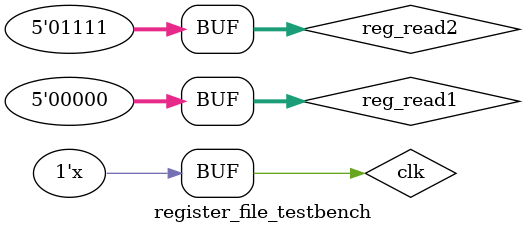
<source format=v>

module register_file(reg_read1, reg_read2, reg_write, data_read1, data_read2, data_write, write_enable, clk);

input wire [4:0] reg_read1; //register address
input wire [4:0] reg_read2;
input wire [4:0] reg_write;
input wire [31:0] data_write; //data
input wire write_enable;
input wire clk;

output wire [31:0] data_read1;
output wire [31:0] data_read2;

//Memory
parameter bit_width = 32, num_registers = 32;
reg [bit_width-1:0] memory [0:num_registers-1];
//example: memory[0] refers to the first register

//read-after-write:
//writing occurs in first half of cycle,
//reading occurs in second half of cycle,
//so an instruction can read what another
//instruction has written in the same
//cycle

always @(negedge clk)
begin
if(write_enable && reg_write != 0)
	memory [reg_write] <= data_write;
memory[0] <= 0; //first register is always zero by design
end //always


assign data_read1 = memory [reg_read1];
assign data_read2 = memory [reg_read2];


endmodule


module register_file_testbench;

reg [4:0] reg_read1, reg_read2, reg_write;
reg [31:0] data_write;
wire [31:0] data_read1, data_read2;
reg write_enable;
reg clk;

register_file DUT(reg_read1, reg_read2, reg_write, data_read1, data_read2, data_write, write_enable, clk);

initial begin
reg_write = 0;
reg_read1 = 0;
reg_read2 = 15;
data_write = 0;
write_enable = 1;
clk = 0;
end //initial

always #1 clk = ~clk;

always @(posedge clk) begin

if(reg_write == 31) begin
reg_write = 0;
write_enable = 0;
end //if

reg_write = reg_write + 1;
data_write = data_write + 10;

end //always

endmodule


</source>
